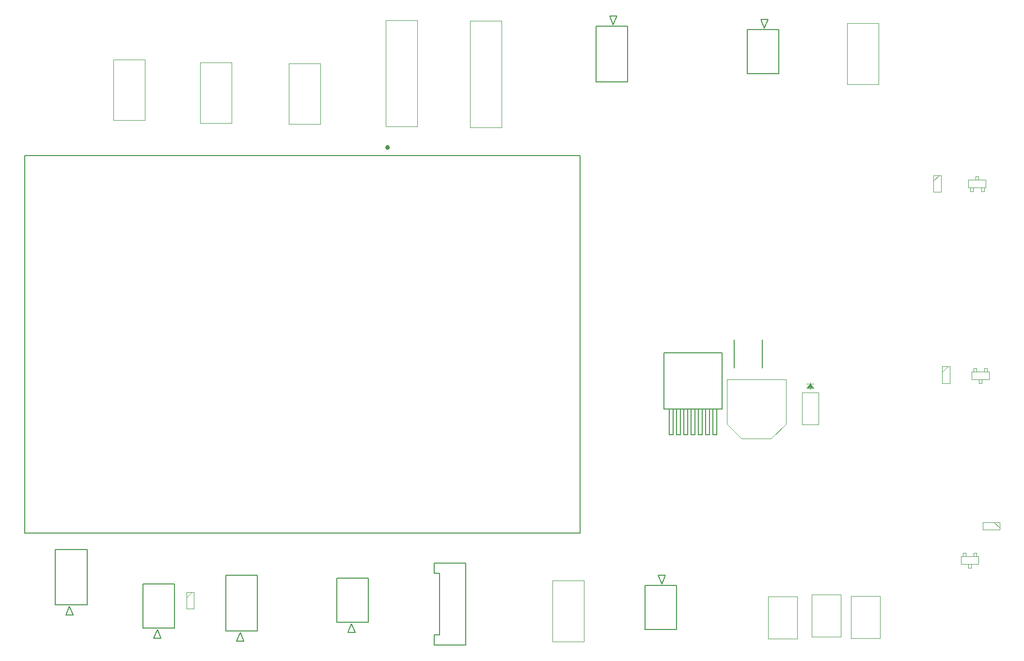
<source format=gbr>
%TF.GenerationSoftware,Altium Limited,Altium Designer,20.2.5 (213)*%
G04 Layer_Color=16711935*
%FSLAX26Y26*%
%MOIN*%
%TF.SameCoordinates,9BAFD9CD-774C-4051-972E-F2DD54F50950*%
%TF.FilePolarity,Positive*%
%TF.FileFunction,Other,Mechanical_13*%
%TF.Part,Single*%
G01*
G75*
%TA.AperFunction,NonConductor*%
%ADD57C,0.015748*%
%ADD58C,0.007874*%
%ADD59C,0.006000*%
%ADD60C,0.005000*%
%ADD71C,0.003937*%
%ADD72C,0.001000*%
D57*
X2905749Y4464724D02*
G03*
X2905749Y4464724I-7874J0D01*
G01*
D58*
X5476457Y2948543D02*
Y3141457D01*
X5283543Y2948543D02*
Y3141457D01*
D59*
X4800000Y2665000D02*
Y3053000D01*
X5200000D01*
Y2665000D02*
Y3053000D01*
X4800000Y2665000D02*
X5200000D01*
X5164000Y2488000D02*
Y2665000D01*
X5136000Y2488000D02*
X5164000D01*
X5136000D02*
Y2665000D01*
X5164000D01*
X5114000Y2488000D02*
Y2665000D01*
X5086000Y2488000D02*
X5114000D01*
X5086000D02*
Y2665000D01*
X5114000D01*
X5064000Y2488000D02*
Y2665000D01*
X5036000Y2488000D02*
X5064000D01*
X5036000D02*
Y2665000D01*
X5064000D01*
X5014000Y2488000D02*
Y2665000D01*
X4986000Y2488000D02*
X5014000D01*
X4986000D02*
Y2665000D01*
X5014000D01*
X4964000Y2488000D02*
Y2665000D01*
X4936000Y2488000D02*
X4964000D01*
X4936000D02*
Y2665000D01*
X4964000D01*
X4914000Y2488000D02*
Y2665000D01*
X4886000Y2488000D02*
X4914000D01*
X4886000D02*
Y2665000D01*
X4914000D01*
X4864000Y2488000D02*
Y2665000D01*
X4836000Y2488000D02*
X4864000D01*
X4836000D02*
Y2665000D01*
X4864000D01*
D60*
X1784606Y1520944D02*
X2001142D01*
Y1139056D02*
Y1520944D01*
X1784606Y1139056D02*
X2001142D01*
X1784606D02*
Y1520944D01*
X1860000Y1069056D02*
X1885000Y1129056D01*
X1860000Y1069056D02*
X1910000D01*
X1885000Y1129056D02*
X1910000Y1069056D01*
X1214606Y1460944D02*
X1431142D01*
Y1157795D02*
Y1460944D01*
X1214606Y1157795D02*
X1431142D01*
X1214606D02*
Y1460944D01*
X1290000Y1087795D02*
X1315000Y1147795D01*
X1290000Y1087795D02*
X1340000D01*
X1315000Y1147795D02*
X1340000Y1087795D01*
X4668858Y1149056D02*
X4885394D01*
X4668858D02*
Y1452204D01*
X4885394D01*
Y1149056D02*
Y1452204D01*
X4785000Y1462204D02*
X4810000Y1522204D01*
X4760000D02*
X4810000D01*
X4760000D02*
X4785000Y1462204D01*
X402600Y1810788D02*
Y4409212D01*
X4221496Y1810788D02*
Y4409212D01*
X402600Y1810788D02*
X4221496D01*
X402600Y4409212D02*
X4221496D01*
X4333858Y4915316D02*
X4550394D01*
X4333858D02*
Y5297204D01*
X4550394D01*
Y4915316D02*
Y5297204D01*
X4450000Y5307204D02*
X4475000Y5367204D01*
X4425000D02*
X4475000D01*
X4425000D02*
X4450000Y5307204D01*
X710000Y1309094D02*
X735000Y1249094D01*
X685000D02*
X735000D01*
X685000D02*
X710000Y1309094D01*
X612756Y1319094D02*
Y1699016D01*
Y1319094D02*
X832048D01*
Y1699016D01*
X612756D02*
X832048D01*
X3219606Y1042874D02*
Y1113740D01*
X3255040D01*
Y1535000D01*
X3219606D02*
X3255040D01*
X3219606D02*
Y1605866D01*
Y1042874D02*
X3436142D01*
Y1605866D01*
X3219606D02*
X3436142D01*
X2650000Y1187796D02*
X2675000Y1127796D01*
X2625000D02*
X2675000D01*
X2625000D02*
X2650000Y1187796D01*
X2549606Y1197796D02*
Y1500944D01*
Y1197796D02*
X2766142D01*
Y1500944D01*
X2549606D02*
X2766142D01*
X5465000Y5345944D02*
X5490000Y5285944D01*
X5465000Y5345944D02*
X5515000D01*
X5490000Y5285944D02*
X5515000Y5345944D01*
X5590394Y4972796D02*
Y5275944D01*
X5373858D02*
X5590394D01*
X5373858Y4972796D02*
Y5275944D01*
Y4972796D02*
X5590394D01*
D71*
X5232244Y2867756D02*
X5637756D01*
Y2563622D02*
Y2867756D01*
X5536378Y2462244D02*
X5637756Y2563622D01*
X5333622Y2462244D02*
X5536378D01*
X5232244Y2563622D02*
X5333622Y2462244D01*
X5232244Y2563622D02*
Y2867756D01*
X4033858Y1066614D02*
Y1483938D01*
X4250394D01*
Y1066614D02*
Y1483938D01*
X4033858Y1066614D02*
X4250394D01*
X1514409Y1407087D02*
X1565591D01*
Y1292913D02*
Y1407087D01*
X1514409Y1292913D02*
X1565591D01*
X1514409D02*
Y1407087D01*
Y1369685D02*
X1551811Y1407087D01*
X6084606Y1089724D02*
Y1380275D01*
X6285394D01*
Y1089724D02*
Y1380275D01*
X6084606Y1089724D02*
X6285394D01*
X6015394Y1099724D02*
Y1390276D01*
X5814606Y1099724D02*
X6015394D01*
X5814606D02*
Y1390276D01*
X6015394D01*
X5514606Y1084724D02*
Y1375275D01*
X5715394D01*
Y1084724D02*
Y1375275D01*
X5514606Y1084724D02*
X5715394D01*
X2884606Y4607874D02*
X3101142D01*
Y5340158D01*
X2884606D02*
X3101142D01*
X2884606Y4607874D02*
Y5340158D01*
X6653938Y4235078D02*
X6691338Y4272480D01*
X6653938Y4157520D02*
Y4272480D01*
Y4157520D02*
X6706064D01*
Y4272480D01*
X6653938D02*
X6706064D01*
X6059606Y5317126D02*
X6276142D01*
X6059606Y4899802D02*
Y5317126D01*
Y4899802D02*
X6276142D01*
Y5317126D01*
X1013858Y4651614D02*
X1230394D01*
Y5068938D01*
X1013858D02*
X1230394D01*
X1013858Y4651614D02*
Y5068938D01*
X7070080Y1886062D02*
X7107480Y1848662D01*
X6992520Y1886062D02*
X7107480D01*
X6992520Y1833936D02*
Y1886062D01*
Y1833936D02*
X7107480D01*
Y1886062D01*
X6713938Y2920078D02*
X6751338Y2957480D01*
X6713938Y2842520D02*
Y2957480D01*
Y2842520D02*
X6766064D01*
Y2957480D01*
X6713938D02*
X6766064D01*
X3464606Y4602874D02*
Y5335158D01*
X3681142D01*
Y4602874D02*
Y5335158D01*
X3464606Y4602874D02*
X3681142D01*
X2218858Y4625354D02*
Y5042678D01*
X2435394D01*
Y4625354D02*
Y5042678D01*
X2218858Y4625354D02*
X2435394D01*
X1608858Y4632874D02*
Y5050198D01*
X1825394D01*
Y4632874D02*
Y5050198D01*
X1608858Y4632874D02*
X1825394D01*
D72*
X5747520Y2780039D02*
X5862480D01*
Y2559961D02*
Y2780039D01*
X5747520Y2559961D02*
X5862480D01*
X5747520D02*
Y2780039D01*
X5780000Y2810039D02*
X5830000D01*
X5800000D02*
X5805000Y2840039D01*
X5795000Y2810039D02*
X5805000Y2840039D01*
X5790000Y2810039D02*
X5805000Y2840039D01*
X5785000Y2810039D02*
X5805000Y2840039D01*
X5780000Y2810039D02*
X5805000Y2840039D01*
X5810000Y2810039D01*
X5805000Y2840039D02*
X5815000Y2810039D01*
X5805000Y2840039D02*
X5820000Y2810039D01*
X5805000Y2840039D02*
X5825000Y2810039D01*
X5805000Y2840039D02*
X5830000Y2810039D01*
X5780000Y2840039D02*
X5830000D01*
X5805000Y2800039D02*
Y2850039D01*
X6929803Y1652500D02*
X6949803D01*
Y1677000D01*
X6929803D02*
X6949803D01*
X6929803Y1652500D02*
Y1677000D01*
X6855000Y1652500D02*
X6875000D01*
Y1677000D01*
X6855000D02*
X6875000D01*
X6855000Y1652500D02*
Y1677000D01*
X6892402Y1597500D02*
X6912402D01*
X6892402Y1573000D02*
Y1597500D01*
Y1573000D02*
X6912402D01*
Y1597500D01*
X6842402Y1652500D02*
X6962402D01*
X6842402Y1597500D02*
Y1652500D01*
Y1597500D02*
X6962402D01*
Y1652500D01*
X7035000Y2867500D02*
Y2922500D01*
X6915000Y2867500D02*
X7035000D01*
X6915000D02*
Y2922500D01*
X7035000D01*
X6985000Y2843000D02*
Y2867500D01*
X6965000Y2843000D02*
X6985000D01*
X6965000D02*
Y2867500D01*
X6985000D01*
X6927598Y2922500D02*
Y2947000D01*
X6947598D01*
Y2922500D02*
Y2947000D01*
X6927598Y2922500D02*
X6947598D01*
X7002402D02*
Y2947000D01*
X7022402D01*
Y2922500D02*
Y2947000D01*
X7002402Y2922500D02*
X7022402D01*
X6893661Y4187500D02*
Y4242500D01*
X7013661D01*
Y4187500D02*
Y4242500D01*
X6893661Y4187500D02*
X7013661D01*
X6943661Y4242500D02*
Y4267000D01*
X6963661D01*
Y4242500D02*
Y4267000D01*
X6943661Y4242500D02*
X6963661D01*
X7001063Y4163000D02*
Y4187500D01*
X6981063Y4163000D02*
X7001063D01*
X6981063D02*
Y4187500D01*
X7001063D01*
X6926260Y4163000D02*
Y4187500D01*
X6906260Y4163000D02*
X6926260D01*
X6906260D02*
Y4187500D01*
X6926260D01*
%TF.MD5,265bf9a96d27df0a077dcab0212f2a66*%
M02*

</source>
